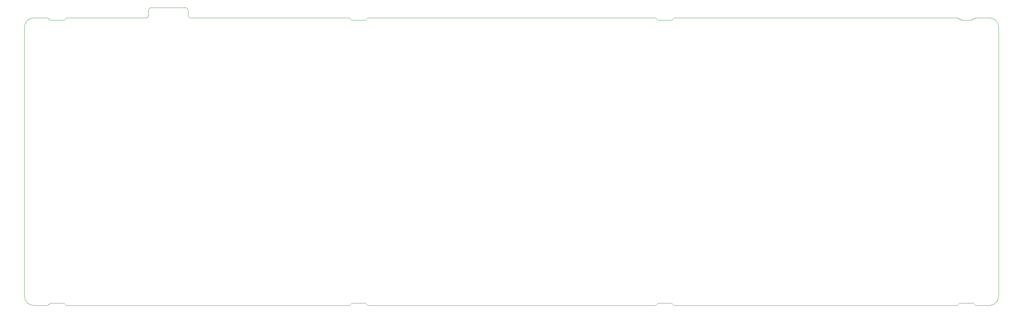
<source format=gm1>
G04 #@! TF.GenerationSoftware,KiCad,Pcbnew,(5.1.10-1-10_14)*
G04 #@! TF.CreationDate,2021-09-03T12:28:41-05:00*
G04 #@! TF.ProjectId,ori,6f72692e-6b69-4636-9164-5f7063625858,rev?*
G04 #@! TF.SameCoordinates,Original*
G04 #@! TF.FileFunction,Profile,NP*
%FSLAX46Y46*%
G04 Gerber Fmt 4.6, Leading zero omitted, Abs format (unit mm)*
G04 Created by KiCad (PCBNEW (5.1.10-1-10_14)) date 2021-09-03 12:28:41*
%MOMM*%
%LPD*%
G01*
G04 APERTURE LIST*
G04 #@! TA.AperFunction,Profile*
%ADD10C,0.050000*%
G04 #@! TD*
G04 APERTURE END LIST*
D10*
X240506113Y-44846874D02*
X166687621Y-44846876D01*
X241101426Y-45442187D02*
X240506113Y-44846874D01*
X244673304Y-45442187D02*
X241101426Y-45442187D01*
X245268617Y-44846874D02*
X244673304Y-45442187D01*
X245268617Y-44846874D02*
X317897077Y-44846876D01*
X321468955Y-45442189D02*
X322659581Y-44846876D01*
X319087703Y-45442189D02*
X321468955Y-45442189D01*
X317897077Y-44846876D02*
X319087703Y-45442189D01*
X322659581Y-44846876D02*
X326231335Y-44846880D01*
X121108809Y-44846880D02*
X161925117Y-44846876D01*
X89296901Y-44846876D02*
X109872441Y-44846880D01*
X80961555Y-44846880D02*
X84534397Y-44846876D01*
X326231335Y-118665940D02*
X322659581Y-118665688D01*
X317897077Y-118665688D02*
X318492390Y-118070375D01*
X318492390Y-118070375D02*
X322064268Y-118070375D01*
X322064268Y-118070375D02*
X322659581Y-118665688D01*
X166687621Y-44846876D02*
X166092308Y-45442189D01*
X166092308Y-45442189D02*
X162520430Y-45442189D01*
X162520430Y-45442189D02*
X161925117Y-44846876D01*
X89296901Y-44846876D02*
X88701588Y-45442189D01*
X88701588Y-45442189D02*
X85129710Y-45442189D01*
X85129710Y-45442189D02*
X84534397Y-44846876D01*
X161925117Y-118665688D02*
X89296901Y-118665688D01*
X240506461Y-118665688D02*
X166687621Y-118665688D01*
X317897077Y-118665688D02*
X245268965Y-118665688D01*
X161925117Y-118665688D02*
X162520430Y-118070375D01*
X162520430Y-118070375D02*
X166092308Y-118070375D01*
X166092308Y-118070375D02*
X166687621Y-118665688D01*
X240506461Y-118665688D02*
X241101774Y-118070375D01*
X241101774Y-118070375D02*
X244673652Y-118070375D01*
X244673652Y-118070375D02*
X245268965Y-118665688D01*
X88701588Y-118070375D02*
X89296901Y-118665688D01*
X85129710Y-118070375D02*
X88701588Y-118070375D01*
X84534397Y-118665688D02*
X85129710Y-118070375D01*
X84534397Y-118665688D02*
X80961555Y-118665940D01*
X328612595Y-47228140D02*
X328612595Y-116284680D01*
X78580295Y-47228140D02*
G75*
G02*
X80961555Y-44846880I2381260J0D01*
G01*
X80961555Y-118665940D02*
G75*
G02*
X78580295Y-116284680I0J2381260D01*
G01*
X328612595Y-116284680D02*
G75*
G02*
X326231335Y-118665940I-2381260J0D01*
G01*
X326231335Y-44846880D02*
G75*
G02*
X328612595Y-47228140I0J-2381260D01*
G01*
X120590625Y-44328696D02*
X120590625Y-42956250D01*
X110390625Y-42956302D02*
X110390625Y-44328696D01*
X110390625Y-44328696D02*
G75*
G02*
X109872441Y-44846880I-518184J0D01*
G01*
X110390625Y-42956302D02*
G75*
G02*
X111167865Y-42179062I777240J0D01*
G01*
X78580295Y-116284680D02*
X78580295Y-47228140D01*
X111167865Y-42179062D02*
X119813385Y-42179010D01*
X119813385Y-42179010D02*
G75*
G02*
X120590625Y-42956250I0J-777240D01*
G01*
X121108809Y-44846880D02*
G75*
G02*
X120590625Y-44328696I0J518184D01*
G01*
M02*

</source>
